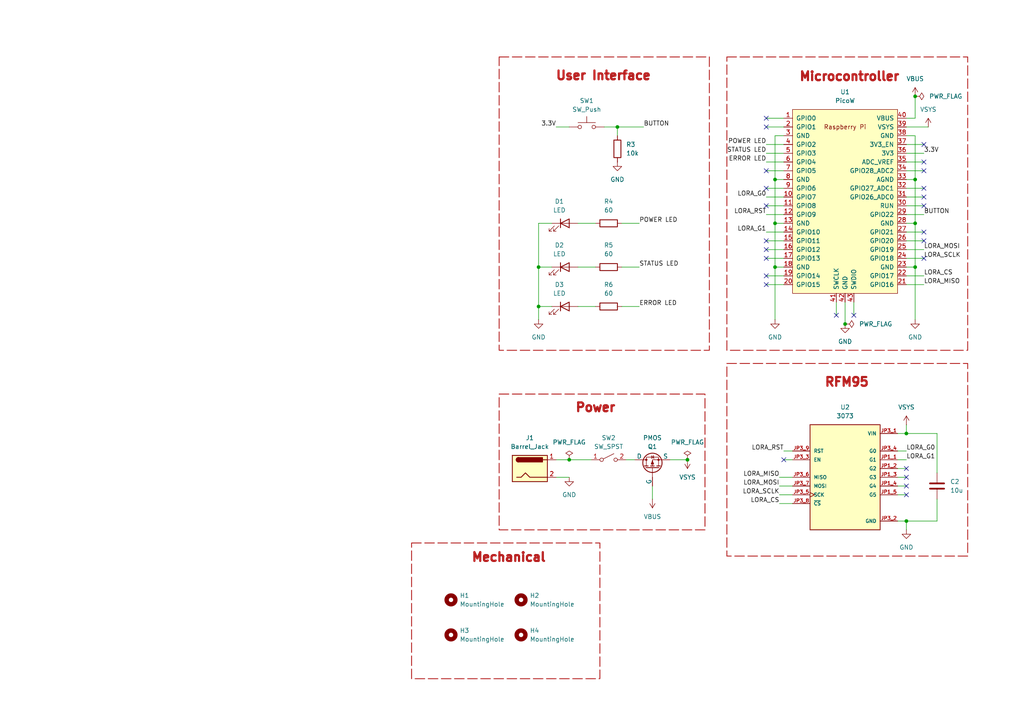
<source format=kicad_sch>
(kicad_sch (version 20250114) (generator "eeschema") (generator_version "9.0")
  (paper "A4")
  (title_block (title "MAE 5220 Blood Pressure PCB") (date "2025-04-09") (rev "0"))
  (lib_symbols
    (symbol "Connector:Barrel_Jack" (pin_names (offset 1.016))
      (property "Reference" "J" (at 0 5.334 0))
      (property "Value" "Barrel_Jack" (at 0 -5.08 0))
      (symbol "Barrel_Jack_0_1"
        (rectangle (start -5.08 3.81) (end 5.08 -3.81) (stroke (width 0.254)) (fill (type background)))
        (polyline (pts (xy -3.81 -2.54) (xy -2.54 -2.54) (xy -1.27 -1.27) (xy 0 -2.54) (xy 2.54 -2.54) (xy 5.08 -2.54)) (stroke (width 0.254)))
        (arc (start -3.302 1.905) (mid -3.9343 2.54) (end -3.302 3.175) (stroke (width 0.254)))
        (arc (start -3.302 1.905) (mid -3.9343 2.54) (end -3.302 3.175) (stroke (width 0.254)) (fill (type outline)))
        (rectangle (start 3.683 3.175) (end -3.302 1.905) (stroke (width 0.254)) (fill (type outline)))
        (polyline (pts (xy 5.08 2.54) (xy 3.81 2.54)) (stroke (width 0.254)))
      )
      (symbol "Barrel_Jack_1_1"
        (pin passive line (at 7.62 2.54 180) (length 2.54) (name "~") (number "1"))
        (pin passive line (at 7.62 -2.54 180) (length 2.54) (name "~") (number "2"))
      )
    )
    (symbol "Device:C" (pin_numbers (hide yes)) (pin_names (offset 0.254))
      (property "Reference" "C" (at 0.635 2.54 0))
      (property "Value" "C" (at 0.635 -2.54 0))
      (symbol "C_0_1"
        (polyline (pts (xy -2.032 0.762) (xy 2.032 0.762)) (stroke (width 0.508)))
        (polyline (pts (xy -2.032 -0.762) (xy 2.032 -0.762)) (stroke (width 0.508)))
      )
      (symbol "C_1_1"
        (pin passive line (at 0 3.81 270) (length 2.794) (name "~") (number "1"))
        (pin passive line (at 0 -3.81 90) (length 2.794) (name "~") (number "2"))
      )
    )
    (symbol "Device:LED" (pin_numbers (hide yes)) (pin_names (offset 1.016) (hide yes))
      (property "Reference" "D" (at 0 2.54 0))
      (property "Value" "LED" (at 0 -2.54 0))
      (symbol "LED_0_1"
        (polyline (pts (xy -3.048 -0.762) (xy -4.572 -2.286) (xy -3.81 -2.286) (xy -4.572 -2.286) (xy -4.572 -1.524)))
        (polyline (pts (xy -1.778 -0.762) (xy -3.302 -2.286) (xy -2.54 -2.286) (xy -3.302 -2.286) (xy -3.302 -1.524)))
        (polyline (pts (xy -1.27 0) (xy 1.27 0)))
        (polyline (pts (xy -1.27 -1.27) (xy -1.27 1.27)) (stroke (width 0.254)))
        (polyline (pts (xy 1.27 -1.27) (xy 1.27 1.27) (xy -1.27 0) (xy 1.27 -1.27)) (stroke (width 0.254)))
      )
      (symbol "LED_1_1"
        (pin passive line (at -3.81 0 0) (length 2.54) (name "K") (number "1"))
        (pin passive line (at 3.81 0 180) (length 2.54) (name "A") (number "2"))
      )
    )
    (symbol "Device:R" (pin_numbers (hide yes)) (pin_names (offset 0))
      (property "Reference" "R" (at 2.032 0 90))
      (property "Value" "R" (at 0 0 90))
      (symbol "R_0_1"
        (rectangle (start -1.016 -2.54) (end 1.016 2.54) (stroke (width 0.254)))
      )
      (symbol "R_1_1"
        (pin passive line (at 0 3.81 270) (length 1.27) (name "~") (number "1"))
        (pin passive line (at 0 -3.81 90) (length 1.27) (name "~") (number "2"))
      )
    )
    (symbol "Mechanical:MountingHole" (pin_names (offset 1.016)) (exclude_from_sim yes) (in_bom no)
      (property "Reference" "H" (at 0 5.08 0))
      (property "Value" "MountingHole" (at 0 3.175 0))
      (symbol "MountingHole_0_1"
        (circle (center 0 0) (radius 1.27) (stroke (width 1.27)))
      )
    )
    (symbol "Simulation_SPICE:PMOS" (pin_numbers (hide yes)) (pin_names (offset 0))
      (property "Reference" "Q" (at 5.08 1.27 0))
      (property "Value" "PMOS" (at 5.08 -1.27 0))
      (symbol "PMOS_0_1"
        (polyline (pts (xy 0.254 1.905) (xy 0.254 -1.905)) (stroke (width 0.254)))
        (polyline (pts (xy 0.254 0) (xy -2.54 0)))
        (polyline (pts (xy 0.762 2.286) (xy 0.762 1.27)) (stroke (width 0.254)))
        (polyline (pts (xy 0.762 1.778) (xy 3.302 1.778) (xy 3.302 -1.778) (xy 0.762 -1.778)))
        (polyline (pts (xy 0.762 0.508) (xy 0.762 -0.508)) (stroke (width 0.254)))
        (polyline (pts (xy 0.762 -1.27) (xy 0.762 -2.286)) (stroke (width 0.254)))
        (circle (center 1.651 0) (radius 2.794) (stroke (width 0.254)))
        (polyline (pts (xy 2.286 0) (xy 1.27 0.381) (xy 1.27 -0.381) (xy 2.286 0)) (fill (type outline)))
        (polyline (pts (xy 2.54 2.54) (xy 2.54 1.778)))
        (circle (center 2.54 1.778) (radius 0.254) (fill (type outline)))
        (circle (center 2.54 -1.778) (radius 0.254) (fill (type outline)))
        (polyline (pts (xy 2.54 -2.54) (xy 2.54 0) (xy 0.762 0)))
        (polyline (pts (xy 2.794 -0.508) (xy 2.921 -0.381) (xy 3.683 -0.381) (xy 3.81 -0.254)))
        (polyline (pts (xy 3.302 -0.381) (xy 2.921 0.254) (xy 3.683 0.254) (xy 3.302 -0.381)))
      )
      (symbol "PMOS_1_1"
        (pin input line (at -5.08 0 0) (length 2.54) (name "G") (number "2"))
        (pin passive line (at 2.54 5.08 270) (length 2.54) (name "D") (number "1"))
        (pin passive line (at 2.54 -5.08 90) (length 2.54) (name "S") (number "3"))
      )
    )
    (symbol "Switch:SW_Push" (pin_numbers (hide yes)) (pin_names (offset 1.016) (hide yes))
      (property "Reference" "SW" (at 1.27 2.54 0))
      (property "Value" "SW_Push" (at 0 -1.524 0))
      (symbol "SW_Push_0_1"
        (circle (center -2.032 0) (radius 0.508))
        (polyline (pts (xy 0 1.27) (xy 0 3.048)))
        (circle (center 2.032 0) (radius 0.508))
        (polyline (pts (xy 2.54 1.27) (xy -2.54 1.27)))
        (pin passive line (at -5.08 0 0) (length 2.54) (name "1") (number "1"))
        (pin passive line (at 5.08 0 180) (length 2.54) (name "2") (number "2"))
      )
    )
    (symbol "Switch:SW_SPST" (pin_names (offset 0) (hide yes))
      (property "Reference" "SW" (at 0 3.175 0))
      (property "Value" "SW_SPST" (at 0 -2.54 0))
      (symbol "SW_SPST_0_0"
        (circle (center -2.032 0) (radius 0.508))
        (polyline (pts (xy -1.524 0.254) (xy 1.524 1.778)))
        (circle (center 2.032 0) (radius 0.508))
      )
      (symbol "SW_SPST_1_1"
        (pin passive line (at -5.08 0 0) (length 2.54) (name "A") (number "1"))
        (pin passive line (at 5.08 0 180) (length 2.54) (name "B") (number "2"))
      )
    )
    (symbol "pico:PicoW" (pin_names (offset 1.016))
      (property "Reference" "U" (at -13.97 27.94 0))
      (property "Value" "PicoW" (at 0 19.05 0))
      (symbol "PicoW_0_0"
        (text "Raspberry Pi" (at 0 21.59 0) (effects (font (size 1.27 1.27))))
      )
      (symbol "PicoW_0_1"
        (rectangle (start -15.24 26.67) (end 15.24 -26.67) (fill (type background)))
      )
      (symbol "PicoW_1_1"
        (pin bidirectional line (at -17.78 24.13 0) (length 2.54) (name "GPIO0") (number "1"))
        (pin bidirectional line (at -17.78 21.59 0) (length 2.54) (name "GPIO1") (number "2"))
        (pin power_in line (at -17.78 19.05 0) (length 2.54) (name "GND") (number "3"))
        (pin bidirectional line (at -17.78 16.51 0) (length 2.54) (name "GPIO2") (number "4"))
        (pin bidirectional line (at -17.78 13.97 0) (length 2.54) (name "GPIO3") (number "5"))
        (pin bidirectional line (at -17.78 11.43 0) (length 2.54) (name "GPIO4") (number "6"))
        (pin bidirectional line (at -17.78 8.89 0) (length 2.54) (name "GPIO5") (number "7"))
        (pin power_in line (at -17.78 6.35 0) (length 2.54) (name "GND") (number "8"))
        (pin bidirectional line (at -17.78 3.81 0) (length 2.54) (name "GPIO6") (number "9"))
        (pin bidirectional line (at -17.78 1.27 0) (length 2.54) (name "GPIO7") (number "10"))
        (pin bidirectional line (at -17.78 -1.27 0) (length 2.54) (name "GPIO8") (number "11"))
        (pin bidirectional line (at -17.78 -3.81 0) (length 2.54) (name "GPIO9") (number "12"))
        (pin power_in line (at -17.78 -6.35 0) (length 2.54) (name "GND") (number "13"))
        (pin bidirectional line (at -17.78 -8.89 0) (length 2.54) (name "GPIO10") (number "14"))
        (pin bidirectional line (at -17.78 -11.43 0) (length 2.54) (name "GPIO11") (number "15"))
        (pin bidirectional line (at -17.78 -13.97 0) (length 2.54) (name "GPIO12") (number "16"))
        (pin bidirectional line (at -17.78 -16.51 0) (length 2.54) (name "GPIO13") (number "17"))
        (pin power_in line (at -17.78 -19.05 0) (length 2.54) (name "GND") (number "18"))
        (pin bidirectional line (at -17.78 -21.59 0) (length 2.54) (name "GPIO14") (number "19"))
        (pin bidirectional line (at -17.78 -24.13 0) (length 2.54) (name "GPIO15") (number "20"))
        (pin input line (at -2.54 -29.21 90) (length 2.54) (name "SWCLK") (number "41"))
        (pin power_in line (at 0 -29.21 90) (length 2.54) (name "GND") (number "42"))
        (pin bidirectional line (at 2.54 -29.21 90) (length 2.54) (name "SWDIO") (number "43"))
        (pin unspecified line (at 17.78 24.13 180) (length 2.54) (name "VBUS") (number "40"))
        (pin unspecified line (at 17.78 21.59 180) (length 2.54) (name "VSYS") (number "39"))
        (pin bidirectional line (at 17.78 19.05 180) (length 2.54) (name "GND") (number "38"))
        (pin input line (at 17.78 16.51 180) (length 2.54) (name "3V3_EN") (number "37"))
        (pin unspecified line (at 17.78 13.97 180) (length 2.54) (name "3V3") (number "36"))
        (pin unspecified line (at 17.78 11.43 180) (length 2.54) (name "ADC_VREF") (number "35"))
        (pin bidirectional line (at 17.78 8.89 180) (length 2.54) (name "GPIO28_ADC2") (number "34"))
        (pin power_in line (at 17.78 6.35 180) (length 2.54) (name "AGND") (number "33"))
        (pin bidirectional line (at 17.78 3.81 180) (length 2.54) (name "GPIO27_ADC1") (number "32"))
        (pin bidirectional line (at 17.78 1.27 180) (length 2.54) (name "GPIO26_ADC0") (number "31"))
        (pin input line (at 17.78 -1.27 180) (length 2.54) (name "RUN") (number "30"))
        (pin bidirectional line (at 17.78 -3.81 180) (length 2.54) (name "GPIO22") (number "29"))
        (pin power_in line (at 17.78 -6.35 180) (length 2.54) (name "GND") (number "28"))
        (pin bidirectional line (at 17.78 -8.89 180) (length 2.54) (name "GPIO21") (number "27"))
        (pin bidirectional line (at 17.78 -11.43 180) (length 2.54) (name "GPIO20") (number "26"))
        (pin bidirectional line (at 17.78 -13.97 180) (length 2.54) (name "GPIO19") (number "25"))
        (pin bidirectional line (at 17.78 -16.51 180) (length 2.54) (name "GPIO18") (number "24"))
        (pin power_in line (at 17.78 -19.05 180) (length 2.54) (name "GND") (number "23"))
        (pin bidirectional line (at 17.78 -21.59 180) (length 2.54) (name "GPIO17") (number "22"))
        (pin bidirectional line (at 17.78 -24.13 180) (length 2.54) (name "GPIO16") (number "21"))
      )
    )
    (symbol "power:GND" (power) (pin_numbers (hide yes)) (pin_names (offset 0) (hide yes))
      (property "Value" "GND" (at 0 -3.81 0))
      (symbol "GND_0_1"
        (polyline (pts (xy 0 0) (xy 0 -1.27) (xy 1.27 -1.27) (xy 0 -2.54) (xy -1.27 -1.27) (xy 0 -1.27)))
      )
      (symbol "GND_1_1"
        (pin power_in line (at 0 0 270) (length 0) (name "~") (number "1"))
      )
    )
    (symbol "power:PWR_FLAG" (power) (pin_numbers (hide yes)) (pin_names (offset 0) (hide yes))
      (property "Value" "PWR_FLAG" (at 0 3.81 0))
      (symbol "PWR_FLAG_0_0"
        (pin power_out line (at 0 0 90) (length 0) (name "~") (number "1"))
      )
      (symbol "PWR_FLAG_0_1"
        (polyline (pts (xy 0 0) (xy 0 1.27) (xy -1.016 1.905) (xy 0 2.54) (xy 1.016 1.905) (xy 0 1.27)))
      )
    )
    (symbol "power:VBUS" (power) (pin_numbers (hide yes)) (pin_names (offset 0) (hide yes))
      (property "Value" "VBUS" (at 0 3.556 0))
      (symbol "VBUS_0_1"
        (polyline (pts (xy -0.762 1.27) (xy 0 2.54)))
        (polyline (pts (xy 0 2.54) (xy 0.762 1.27)))
        (polyline (pts (xy 0 0) (xy 0 2.54)))
      )
      (symbol "VBUS_1_1"
        (pin power_in line (at 0 0 90) (length 0) (name "~") (number "1"))
      )
    )
    (symbol "power:VD" (power) (pin_numbers (hide yes)) (pin_names (offset 0) (hide yes))
      (property "Value" "VD" (at 0 3.556 0))
      (symbol "VD_0_1"
        (polyline (pts (xy -0.762 1.27) (xy 0 2.54)))
        (polyline (pts (xy 0 2.54) (xy 0.762 1.27)))
        (polyline (pts (xy 0 0) (xy 0 2.54)))
      )
      (symbol "VD_1_1"
        (pin power_in line (at 0 0 90) (length 0) (name "~") (number "1"))
      )
    )
    (symbol "rfm:3073" (pin_names (offset 1.016))
      (property "Reference" "U" (at -10.16 15.748 0))
      (property "Value" "3073" (at -10.16 -17.78 0))
      (symbol "3073_0_0"
        (rectangle (start -10.16 -15.24) (end 10.16 15.24) (stroke (width 0.254)) (fill (type background)))
        (pin input line (at -15.24 7.62 0) (length 5.08) (name "RST") (number "JP3_9"))
        (pin input line (at -15.24 5.08 0) (length 5.08) (name "EN") (number "JP3_3"))
        (pin output line (at -15.24 0 0) (length 5.08) (name "MISO") (number "JP3_6"))
        (pin input line (at -15.24 -2.54 0) (length 5.08) (name "MOSI") (number "JP3_7"))
        (pin input clock (at -15.24 -5.08 0) (length 5.08) (name "SCK") (number "JP3_5"))
        (pin input line (at -15.24 -7.62 0) (length 5.08) (name "~{CS}") (number "JP3_8"))
        (pin power_in line (at 15.24 12.7 180) (length 5.08) (name "VIN") (number "JP3_1"))
        (pin bidirectional line (at 15.24 7.62 180) (length 5.08) (name "G0") (number "JP3_4"))
        (pin bidirectional line (at 15.24 5.08 180) (length 5.08) (name "G1") (number "JP1_1"))
        (pin bidirectional line (at 15.24 2.54 180) (length 5.08) (name "G2") (number "JP1_2"))
        (pin bidirectional line (at 15.24 0 180) (length 5.08) (name "G3") (number "JP1_3"))
        (pin bidirectional line (at 15.24 -2.54 180) (length 5.08) (name "G4") (number "JP1_4"))
        (pin bidirectional line (at 15.24 -5.08 180) (length 5.08) (name "G5") (number "JP1_5"))
        (pin power_in line (at 15.24 -12.7 180) (length 5.08) (name "GND") (number "JP3_2"))
      )
    )
  )
  (rectangle (start 210.82 105.41) (end 280.67 161.29) (stroke (width 0.254) (type dash) (color 179 27 27 1)))
  (rectangle (start 210.82 16.51) (end 280.67 101.6) (stroke (width 0.254) (type dash) (color 179 27 27 1)))
  (rectangle (start 144.78 114.3) (end 204.47 153.67) (stroke (width 0.254) (type dash) (color 179 27 27 1)))
  (rectangle (start 144.78 16.51) (end 205.74 101.6) (stroke (width 0.254) (type dash) (color 179 27 27 1)))
  (rectangle (start 119.38 157.48) (end 173.99 196.85) (stroke (width 0.254) (type dash) (color 179 27 27 1)))
  (text "Microcontroller" (at 246.38 22.352 0) (effects (font (size 2.54 2.54) (thickness 1.016) (bold yes))))
  (text "RFM95" (at 245.618 110.998 0) (effects (font (size 2.54 2.54) (thickness 1.016) (bold yes))))
  (text "User Interface" (at 175.006 22.098 0) (effects (font (size 2.54 2.54) (thickness 1.016) (bold yes))))
  (text "Mechanical" (at 147.574 161.798 0) (effects (font (size 2.54 2.54) (thickness 1.016) (bold yes))))
  (text "Power" (at 172.72 118.364 0) (effects (font (size 2.54 2.54) (thickness 1.016) (bold yes))))
  (junction (at 245.11 93.98))
  (junction (at 262.89 151.13))
  (junction (at 199.39 133.35))
  (junction (at 179.07 36.83))
  (junction (at 265.43 77.47))
  (junction (at 156.21 77.47))
  (junction (at 262.89 125.73))
  (junction (at 265.43 52.07))
  (junction (at 165.1 133.35))
  (junction (at 224.79 77.47))
  (junction (at 265.43 64.77))
  (junction (at 224.79 64.77))
  (junction (at 265.43 27.94))
  (junction (at 156.21 88.9))
  (junction (at 224.79 52.07))
  (no_connect (at 222.25 36.83))
  (no_connect (at 267.97 59.69))
  (no_connect (at 262.89 140.97))
  (no_connect (at 262.89 138.43))
  (no_connect (at 267.97 67.31))
  (no_connect (at 222.25 80.01))
  (no_connect (at 267.97 57.15))
  (no_connect (at 222.25 34.29))
  (no_connect (at 267.97 41.91))
  (no_connect (at 222.25 59.69))
  (no_connect (at 262.89 143.51))
  (no_connect (at 242.57 91.44))
  (no_connect (at 247.65 91.44))
  (no_connect (at 227.33 133.35))
  (no_connect (at 222.25 54.61))
  (no_connect (at 267.97 46.99))
  (no_connect (at 267.97 49.53))
  (no_connect (at 267.97 74.93))
  (no_connect (at 267.97 54.61))
  (no_connect (at 222.25 49.53))
  (no_connect (at 222.25 82.55))
  (no_connect (at 222.25 69.85))
  (no_connect (at 262.89 135.89))
  (no_connect (at 222.25 74.93))
  (no_connect (at 222.25 72.39))
  (no_connect (at 267.97 69.85))
  (wire (pts (xy 226.06 138.43) (xy 229.87 138.43)))
  (wire (pts (xy 260.35 143.51) (xy 262.89 143.51)))
  (wire (pts (xy 222.25 59.69) (xy 227.33 59.69)))
  (wire (pts (xy 260.35 138.43) (xy 262.89 138.43)))
  (wire (pts (xy 226.06 146.05) (xy 229.87 146.05)))
  (wire (pts (xy 262.89 82.55) (xy 267.97 82.55)))
  (wire (pts (xy 222.25 41.91) (xy 227.33 41.91)))
  (wire (pts (xy 260.35 135.89) (xy 262.89 135.89)))
  (wire (pts (xy 161.29 133.35) (xy 165.1 133.35)))
  (wire (pts (xy 222.25 34.29) (xy 227.33 34.29)))
  (wire (pts (xy 224.79 64.77) (xy 224.79 77.47)))
  (wire (pts (xy 262.89 34.29) (xy 265.43 34.29)))
  (wire (pts (xy 262.89 41.91) (xy 267.97 41.91)))
  (wire (pts (xy 161.29 138.43) (xy 165.1 138.43)))
  (wire (pts (xy 222.25 36.83) (xy 227.33 36.83)))
  (wire (pts (xy 222.25 72.39) (xy 227.33 72.39)))
  (wire (pts (xy 262.89 67.31) (xy 267.97 67.31)))
  (wire (pts (xy 160.02 77.47) (xy 156.21 77.47)))
  (wire (pts (xy 156.21 88.9) (xy 156.21 92.71)))
  (wire (pts (xy 180.34 88.9) (xy 185.42 88.9)))
  (wire (pts (xy 167.64 88.9) (xy 172.72 88.9)))
  (wire (pts (xy 265.43 39.37) (xy 265.43 52.07)))
  (wire (pts (xy 262.89 125.73) (xy 271.78 125.73)))
  (wire (pts (xy 222.25 67.31) (xy 227.33 67.31)))
  (wire (pts (xy 262.89 57.15) (xy 267.97 57.15)))
  (wire (pts (xy 227.33 39.37) (xy 224.79 39.37)))
  (wire (pts (xy 245.11 87.63) (xy 245.11 93.98)))
  (wire (pts (xy 262.89 151.13) (xy 262.89 153.67)))
  (wire (pts (xy 224.79 52.07) (xy 224.79 64.77)))
  (wire (pts (xy 222.25 62.23) (xy 227.33 62.23)))
  (wire (pts (xy 226.06 143.51) (xy 229.87 143.51)))
  (wire (pts (xy 227.33 130.81) (xy 229.87 130.81)))
  (wire (pts (xy 156.21 77.47) (xy 156.21 88.9)))
  (wire (pts (xy 262.89 72.39) (xy 267.97 72.39)))
  (wire (pts (xy 262.89 62.23) (xy 267.97 62.23)))
  (wire (pts (xy 262.89 125.73) (xy 262.89 123.19)))
  (wire (pts (xy 260.35 133.35) (xy 262.89 133.35)))
  (wire (pts (xy 156.21 64.77) (xy 156.21 77.47)))
  (wire (pts (xy 180.34 77.47) (xy 185.42 77.47)))
  (wire (pts (xy 181.61 133.35) (xy 184.15 133.35)))
  (wire (pts (xy 180.34 64.77) (xy 185.42 64.77)))
  (wire (pts (xy 262.89 49.53) (xy 267.97 49.53)))
  (wire (pts (xy 262.89 64.77) (xy 265.43 64.77)))
  (wire (pts (xy 247.65 87.63) (xy 247.65 91.44)))
  (wire (pts (xy 227.33 64.77) (xy 224.79 64.77)))
  (wire (pts (xy 262.89 69.85) (xy 267.97 69.85)))
  (wire (pts (xy 167.64 64.77) (xy 172.72 64.77)))
  (wire (pts (xy 271.78 151.13) (xy 262.89 151.13)))
  (wire (pts (xy 156.21 88.9) (xy 160.02 88.9)))
  (wire (pts (xy 262.89 39.37) (xy 265.43 39.37)))
  (wire (pts (xy 260.35 151.13) (xy 262.89 151.13)))
  (wire (pts (xy 262.89 80.01) (xy 267.97 80.01)))
  (wire (pts (xy 222.25 44.45) (xy 227.33 44.45)))
  (wire (pts (xy 271.78 144.78) (xy 271.78 151.13)))
  (wire (pts (xy 260.35 130.81) (xy 262.89 130.81)))
  (wire (pts (xy 224.79 39.37) (xy 224.79 52.07)))
  (wire (pts (xy 222.25 82.55) (xy 227.33 82.55)))
  (wire (pts (xy 194.31 133.35) (xy 199.39 133.35)))
  (wire (pts (xy 262.89 77.47) (xy 265.43 77.47)))
  (wire (pts (xy 262.89 46.99) (xy 267.97 46.99)))
  (wire (pts (xy 262.89 54.61) (xy 267.97 54.61)))
  (wire (pts (xy 156.21 64.77) (xy 160.02 64.77)))
  (wire (pts (xy 260.35 125.73) (xy 262.89 125.73)))
  (wire (pts (xy 175.26 36.83) (xy 179.07 36.83)))
  (wire (pts (xy 179.07 36.83) (xy 186.69 36.83)))
  (wire (pts (xy 161.29 36.83) (xy 165.1 36.83)))
  (wire (pts (xy 265.43 52.07) (xy 265.43 64.77)))
  (wire (pts (xy 227.33 133.35) (xy 229.87 133.35)))
  (wire (pts (xy 227.33 77.47) (xy 224.79 77.47)))
  (wire (pts (xy 262.89 36.83) (xy 269.24 36.83)))
  (wire (pts (xy 227.33 52.07) (xy 224.79 52.07)))
  (wire (pts (xy 262.89 44.45) (xy 267.97 44.45)))
  (wire (pts (xy 222.25 46.99) (xy 227.33 46.99)))
  (wire (pts (xy 167.64 77.47) (xy 172.72 77.47)))
  (wire (pts (xy 179.07 39.37) (xy 179.07 36.83)))
  (wire (pts (xy 260.35 140.97) (xy 262.89 140.97)))
  (wire (pts (xy 222.25 74.93) (xy 227.33 74.93)))
  (wire (pts (xy 262.89 59.69) (xy 267.97 59.69)))
  (wire (pts (xy 265.43 27.94) (xy 265.43 34.29)))
  (wire (pts (xy 262.89 74.93) (xy 267.97 74.93)))
  (wire (pts (xy 222.25 54.61) (xy 227.33 54.61)))
  (wire (pts (xy 265.43 77.47) (xy 265.43 92.71)))
  (wire (pts (xy 262.89 52.07) (xy 265.43 52.07)))
  (wire (pts (xy 242.57 87.63) (xy 242.57 91.44)))
  (wire (pts (xy 265.43 64.77) (xy 265.43 77.47)))
  (wire (pts (xy 224.79 77.47) (xy 224.79 92.71)))
  (wire (pts (xy 222.25 57.15) (xy 227.33 57.15)))
  (wire (pts (xy 189.23 140.97) (xy 189.23 144.78)))
  (wire (pts (xy 222.25 49.53) (xy 227.33 49.53)))
  (wire (pts (xy 226.06 140.97) (xy 229.87 140.97)))
  (wire (pts (xy 222.25 69.85) (xy 227.33 69.85)))
  (wire (pts (xy 222.25 80.01) (xy 227.33 80.01)))
  (wire (pts (xy 271.78 125.73) (xy 271.78 137.16)))
  (wire (pts (xy 165.1 133.35) (xy 171.45 133.35)))
  (label "POWER LED" (at 222.25 41.91 180))
  (label "3.3V" (at 161.29 36.83 180))
  (label "BUTTON" (at 186.69 36.83 0))
  (label "LORA_MISO" (at 226.06 138.43 180))
  (label "LORA_G0" (at 262.89 130.81 0))
  (label "LORA_RST" (at 227.33 130.81 180))
  (label "LORA_MOSI" (at 267.97 72.39 0))
  (label "POWER LED" (at 185.42 64.77 0))
  (label "LORA_G1" (at 262.89 133.35 0))
  (label "ERROR LED" (at 185.42 88.9 0))
  (label "LORA_MISO" (at 267.97 82.55 0))
  (label "LORA_CS" (at 267.97 80.01 0))
  (label "LORA_MOSI" (at 226.06 140.97 180))
  (label "3.3V" (at 267.97 44.45 0))
  (label "LORA_G1" (at 222.25 67.31 180))
  (label "LORA_CS" (at 226.06 146.05 180))
  (label "BUTTON" (at 267.97 62.23 0))
  (label "LORA_G0" (at 222.25 57.15 180))
  (label "STATUS LED" (at 185.42 77.47 0))
  (label "ERROR LED" (at 222.25 46.99 180))
  (label "LORA_SCLK" (at 226.06 143.51 180))
  (label "LORA_SCLK" (at 267.97 74.93 0))
  (label "LORA_RST" (at 222.25 62.23 180))
  (label "STATUS LED" (at 222.25 44.45 180))
  (symbol (lib_id "power:PWR_FLAG") (at 199.39 133.35 0) (unit 1)
    (property "Reference" "#FLG02" (effects (hide yes)))
    (property "Value" "PWR_FLAG" (at 199.39 128.27 0))
    (property "Description" "Special symbol for telling ERC where power comes from" (effects (hide yes)))
  )
  (symbol (lib_id "power:GND") (at 265.43 92.71 0) (unit 1)
    (property "Reference" "#PWR02" (effects (hide yes)))
    (property "Value" "GND" (at 265.43 97.79 0))
    (property "Description" "Power symbol creates a global label with name \"GND\" , ground" (effects (hide yes)))
  )
  (symbol (lib_id "power:PWR_FLAG") (at 265.43 27.94 270) (unit 1)
    (property "Reference" "#FLG03" (effects (hide yes)))
    (property "Value" "PWR_FLAG" (at 269.494 27.94 90) (effects (justify left)))
    (property "Description" "Special symbol for telling ERC where power comes from" (effects (hide yes)))
  )
  (symbol (lib_id "pico:PicoW") (at 245.11 58.42 0) (unit 1)
    (property "Reference" "U1" (at 245.11 26.67 0))
    (property "Value" "PicoW" (at 245.11 29.21 0))
    (property "Footprint" "pico:RPi_PicoW_SMD_TH" (effects (hide yes)))
  )
  (symbol (lib_id "Switch:SW_SPST") (at 176.53 133.35 0) (unit 1)
    (property "Reference" "SW2" (at 176.53 127 0))
    (property "Value" "SW_SPST" (at 176.53 129.54 0))
    (property "Footprint" "Button_Switch_THT:SW_DIP_SPSTx01_Slide_6.7x4.1mm_W7.62mm_P2.54mm_LowProfile" (effects (hide yes)))
    (property "Description" "Single Pole Single Throw (SPST) switch" (effects (hide yes)))
  )
  (symbol (lib_id "power:GND") (at 165.1 138.43 0) (unit 1)
    (property "Reference" "#PWR09" (effects (hide yes)))
    (property "Value" "GND" (at 165.1 143.51 0))
    (property "Description" "Power symbol creates a global label with name \"GND\" , ground" (effects (hide yes)))
  )
  (symbol (lib_id "Mechanical:MountingHole") (at 130.81 173.99 0) (unit 1) (exclude_from_sim yes) (in_bom no)
    (property "Reference" "H1" (at 133.35 172.7199 0) (effects (justify left)))
    (property "Value" "MountingHole" (at 133.35 175.2599 0) (effects (justify left)))
    (property "Footprint" "MountingHole:MountingHole_3.2mm_M3" (effects (hide yes)))
    (property "Description" "Mounting Hole without connection" (effects (hide yes)))
  )
  (symbol (lib_id "Device:R") (at 176.53 77.47 270) (unit 1)
    (property "Reference" "R5" (at 176.53 71.12 90))
    (property "Value" "60" (at 176.53 73.66 90))
    (property "Footprint" "Resistor_SMD:R_0805_2012Metric" (effects (hide yes)))
    (property "Description" "Resistor" (effects (hide yes)))
  )
  (symbol (lib_id "Device:C") (at 271.78 140.97 0) (unit 1)
    (property "Reference" "C2" (at 275.59 139.6999 0) (effects (justify left)))
    (property "Value" "10u" (at 275.59 142.2399 0) (effects (justify left)))
    (property "Footprint" "Capacitor_SMD:C_0805_2012Metric" (effects (hide yes)))
    (property "Description" "Unpolarized capacitor" (effects (hide yes)))
  )
  (symbol (lib_id "power:PWR_FLAG") (at 245.11 93.98 270) (unit 1)
    (property "Reference" "#FLG04" (effects (hide yes)))
    (property "Value" "PWR_FLAG" (at 249.174 93.98 90) (effects (justify left)))
    (property "Description" "Special symbol for telling ERC where power comes from" (effects (hide yes)))
  )
  (symbol (lib_id "power:PWR_FLAG") (at 165.1 133.35 0) (unit 1)
    (property "Reference" "#FLG01" (effects (hide yes)))
    (property "Value" "PWR_FLAG" (at 165.1 128.27 0))
    (property "Description" "Special symbol for telling ERC where power comes from" (effects (hide yes)))
  )
  (symbol (lib_id "power:GND") (at 262.89 153.67 0) (unit 1)
    (property "Reference" "#PWR07" (effects (hide yes)))
    (property "Value" "GND" (at 262.89 158.75 0))
    (property "Description" "Power symbol creates a global label with name \"GND\" , ground" (effects (hide yes)))
  )
  (symbol (lib_id "Mechanical:MountingHole") (at 130.81 184.15 0) (unit 1) (exclude_from_sim yes) (in_bom no)
    (property "Reference" "H3" (at 133.35 182.8799 0) (effects (justify left)))
    (property "Value" "MountingHole" (at 133.35 185.4199 0) (effects (justify left)))
    (property "Footprint" "MountingHole:MountingHole_3.2mm_M3" (effects (hide yes)))
    (property "Description" "Mounting Hole without connection" (effects (hide yes)))
  )
  (symbol (lib_id "Device:LED") (at 163.83 64.77 0) (unit 1)
    (property "Reference" "D1" (at 162.2425 58.42 0))
    (property "Value" "LED" (at 162.2425 60.96 0))
    (property "Footprint" "LED_THT:LED_D5.0mm_Clear" (effects (hide yes)))
    (property "Description" "Light emitting diode" (effects (hide yes)))
    (property "Sim.Pins" "1=K 2=A" (effects (hide yes)))
  )
  (symbol (lib_id "Mechanical:MountingHole") (at 151.13 184.15 0) (unit 1) (exclude_from_sim yes) (in_bom no)
    (property "Reference" "H4" (at 153.67 182.8799 0) (effects (justify left)))
    (property "Value" "MountingHole" (at 153.67 185.4199 0) (effects (justify left)))
    (property "Footprint" "MountingHole:MountingHole_3.2mm_M3" (effects (hide yes)))
    (property "Description" "Mounting Hole without connection" (effects (hide yes)))
  )
  (symbol (lib_id "rfm:3073") (at 245.11 138.43 0) (unit 1)
    (property "Reference" "U2" (at 245.11 118.11 0))
    (property "Value" "3073" (at 245.11 120.65 0))
    (property "Footprint" "rfm:rfm" (effects (hide yes)))
    (property "MF" "Adafruit Industries" (effects (hide yes)))
    (property "Description_1" "\n                        \n                            Adafruit RFM96W LoRa Radio Transceiver Breakout - 433 MHz | Adafruit Industries 3073\n                        \n" (effects (hide yes)))
    (property "Package" "None" (effects (hide yes)))
    (property "Price" "None" (effects (hide yes)))
    (property "Check_prices" "https://www.snapeda.com/parts/3073/Adafruit+Industries/view-part/?ref=eda" (effects (hide yes)))
    (property "STANDARD" "Manufacturer Recommendations" (effects (hide yes)))
    (property "PARTREV" "2023-10-24" (effects (hide yes)))
    (property "SnapEDA_Link" "https://www.snapeda.com/parts/3073/Adafruit+Industries/view-part/?ref=snap" (effects (hide yes)))
    (property "MP" "3073" (effects (hide yes)))
    (property "Availability" "In Stock" (effects (hide yes)))
    (property "MANUFACTURER" "Adafruit Industries LLC" (effects (hide yes)))
  )
  (symbol (lib_id "Mechanical:MountingHole") (at 151.13 173.99 0) (unit 1) (exclude_from_sim yes) (in_bom no)
    (property "Reference" "H2" (at 153.67 172.7199 0) (effects (justify left)))
    (property "Value" "MountingHole" (at 153.67 175.2599 0) (effects (justify left)))
    (property "Footprint" "MountingHole:MountingHole_3.2mm_M3" (effects (hide yes)))
    (property "Description" "Mounting Hole without connection" (effects (hide yes)))
  )
  (symbol (lib_id "Device:R") (at 176.53 88.9 270) (unit 1)
    (property "Reference" "R6" (at 176.53 82.55 90))
    (property "Value" "60" (at 176.53 85.09 90))
    (property "Footprint" "Resistor_SMD:R_0805_2012Metric" (effects (hide yes)))
    (property "Description" "Resistor" (effects (hide yes)))
  )
  (symbol (lib_id "Device:LED") (at 163.83 77.47 0) (unit 1)
    (property "Reference" "D2" (at 162.2425 71.12 0))
    (property "Value" "LED" (at 162.2425 73.66 0))
    (property "Footprint" "LED_THT:LED_D5.0mm_Clear" (effects (hide yes)))
    (property "Description" "Light emitting diode" (effects (hide yes)))
    (property "Sim.Pins" "1=K 2=A" (effects (hide yes)))
  )
  (symbol (lib_id "power:GND") (at 156.21 92.71 0) (unit 1)
    (property "Reference" "#PWR010" (effects (hide yes)))
    (property "Value" "GND" (at 156.21 97.79 0))
    (property "Description" "Power symbol creates a global label with name \"GND\" , ground" (effects (hide yes)))
  )
  (symbol (lib_id "power:GND") (at 245.11 93.98 0) (unit 1)
    (property "Reference" "#PWR01" (effects (hide yes)))
    (property "Value" "GND" (at 245.11 99.06 0))
    (property "Description" "Power symbol creates a global label with name \"GND\" , ground" (effects (hide yes)))
  )
  (symbol (lib_id "Simulation_SPICE:PMOS") (at 189.23 135.89 90) (unit 1)
    (property "Reference" "Q1" (at 189.23 129.54 90))
    (property "Value" "PMOS" (at 189.23 127 90))
    (property "Footprint" "Package_TO_SOT_SMD:SOT-23" (effects (hide yes)))
    (property "Datasheet" "https://ngspice.sourceforge.io/docs/ngspice-html-manual/manual.xhtml#cha_MOSFETs" (effects (hide yes)))
    (property "Description" "P-MOSFET transistor, drain/source/gate" (effects (hide yes)))
    (property "Sim.Device" "PMOS" (effects (hide yes)))
    (property "Sim.Type" "VDMOS" (effects (hide yes)))
    (property "Sim.Pins" "1=D 2=G 3=S" (effects (hide yes)))
  )
  (symbol (lib_id "Device:LED") (at 163.83 88.9 0) (unit 1)
    (property "Reference" "D3" (at 162.2425 82.55 0))
    (property "Value" "LED" (at 162.2425 85.09 0))
    (property "Footprint" "LED_THT:LED_D5.0mm_Clear" (effects (hide yes)))
    (property "Description" "Light emitting diode" (effects (hide yes)))
    (property "Sim.Pins" "1=K 2=A" (effects (hide yes)))
  )
  (symbol (lib_id "Connector:Barrel_Jack") (at 153.67 135.89 0) (unit 1)
    (property "Reference" "J1" (at 153.67 127 0))
    (property "Value" "Barrel_Jack" (at 153.67 129.54 0))
    (property "Footprint" "Connector_BarrelJack:BarrelJack_CUI_PJ-102AH_Horizontal" (effects (hide yes)))
    (property "Description" "DC Barrel Jack" (effects (hide yes)))
  )
  (symbol (lib_id "power:GND") (at 224.79 92.71 0) (unit 1)
    (property "Reference" "#PWR03" (effects (hide yes)))
    (property "Value" "GND" (at 224.79 97.79 0))
    (property "Description" "Power symbol creates a global label with name \"GND\" , ground" (effects (hide yes)))
  )
  (symbol (lib_id "power:VD") (at 262.89 123.19 0) (unit 1)
    (property "Reference" "#PWR06" (effects (hide yes)))
    (property "Value" "VSYS" (at 262.89 118.11 0))
    (property "Description" "Power symbol creates a global label with name \"VD\"" (effects (hide yes)))
  )
  (symbol (lib_id "Device:R") (at 176.53 64.77 270) (unit 1)
    (property "Reference" "R4" (at 176.53 58.42 90))
    (property "Value" "60" (at 176.53 60.96 90))
    (property "Footprint" "Resistor_SMD:R_0805_2012Metric" (effects (hide yes)))
    (property "Description" "Resistor" (effects (hide yes)))
  )
  (symbol (lib_id "power:VD") (at 269.24 36.83 0) (unit 1)
    (property "Reference" "#PWR04" (effects (hide yes)))
    (property "Value" "VSYS" (at 269.24 31.75 0))
    (property "Description" "Power symbol creates a global label with name \"VD\"" (effects (hide yes)))
  )
  (symbol (lib_id "power:VBUS") (at 265.43 27.94 0) (unit 1)
    (property "Reference" "#PWR05" (effects (hide yes)))
    (property "Value" "VBUS" (at 265.43 22.86 0))
    (property "Description" "Power symbol creates a global label with name \"VBUS\"" (effects (hide yes)))
  )
  (symbol (lib_id "Switch:SW_Push") (at 170.18 36.83 0) (unit 1)
    (property "Reference" "SW1" (at 170.18 29.21 0))
    (property "Value" "SW_Push" (at 170.18 31.75 0))
    (property "Footprint" "Button_Switch_THT:SW_PUSH_6mm" (effects (hide yes)))
    (property "Description" "Push button switch, generic, two pins" (effects (hide yes)))
  )
  (symbol (lib_id "Device:R") (at 179.07 43.18 180) (unit 1)
    (property "Reference" "R3" (at 181.61 41.9099 0) (effects (justify right)))
    (property "Value" "10k" (at 181.61 44.4499 0) (effects (justify right)))
    (property "Footprint" "Resistor_SMD:R_0805_2012Metric" (effects (hide yes)))
    (property "Description" "Resistor" (effects (hide yes)))
  )
  (symbol (lib_id "power:GND") (at 179.07 46.99 0) (unit 1)
    (property "Reference" "#PWR08" (effects (hide yes)))
    (property "Value" "GND" (at 179.07 52.07 0))
    (property "Description" "Power symbol creates a global label with name \"GND\" , ground" (effects (hide yes)))
  )
  (symbol (lib_id "power:VD") (at 199.39 133.35 180) (unit 1)
    (property "Reference" "#PWR013" (effects (hide yes)))
    (property "Value" "VSYS" (at 199.39 138.43 0))
    (property "Description" "Power symbol creates a global label with name \"VD\"" (effects (hide yes)))
  )
  (symbol (lib_id "power:VBUS") (at 189.23 144.78 180) (unit 1)
    (property "Reference" "#PWR012" (effects (hide yes)))
    (property "Value" "VBUS" (at 189.23 149.86 0))
    (property "Description" "Power symbol creates a global label with name \"VBUS\"" (effects (hide yes)))
  )
)
</source>
